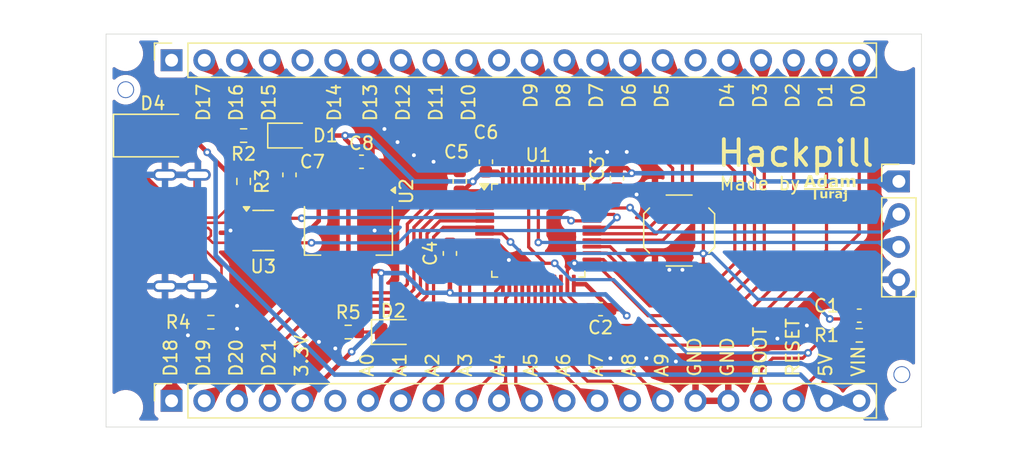
<source format=kicad_pcb>
(kicad_pcb (version 20240108) (generator "pcbnew") (generator_version "8.0")
  (layers (0 "F.Cu" signal) (31 "B.Cu" signal) (34 "B.Paste" user) (35 "F.Paste" user) (36 "B.SilkS" user "B.Silkscreen") (37 "F.SilkS" user "F.Silkscreen") (38 "B.Mask" user) (39 "F.Mask" user) (44 "Edge.Cuts" user))
  (net 0 "")
  (net 1 "NRST")
  (net 2 "GND")
  (net 3 "+3V3")
  (net 4 "+5V")
  (net 5 "Net-(D1-K)")
  (net 6 "Net-(D2-K)")
  (net 7 "BOOT")
  (net 8 "Net-(J2-CC1)")
  (net 9 "Net-(J2-CC2)")
  (net 10 "A4")
  (net 11 "D21")
  (net 12 "A3")
  (net 13 "A8")
  (net 14 "D5")
  (net 15 "A7")
  (net 16 "A0")
  (net 17 "D22")
  (net 18 "D6")
  (net 19 "A5")
  (net 20 "D20")
  (net 21 "A2")
  (net 22 "A1")
  (net 23 "/SWCLK")
  (net 24 "A9")
  (net 25 "/SWDIO")
  (net 26 "A6")
  (net 27 "Net-(J2-D--PadA7)")
  (net 28 "Net-(J2-D+-PadA6)")
  (net 32 "D18")
  (net 33 "D19")
  (net 34 "D4")
  (net 35 "PWM_D7")
  (net 36 "I2C_SCL_PWM_D1")
  (net 37 "SPI_MISO_I2S_MCK_PWM_D12")
  (net 39 "I2C_SDA_PWM_D2")
  (net 40 "CAN_RX_PWM_D16")
  (net 41 "USART_TX_PWM_D9")
  (net 43 "D3")
  (net 44 "USART_TX_PWM_D8")
  (net 45 "I2S_WS_PWM_D10")
  (net 46 "SPI_SCK_PWM_D11")
  (net 47 "D14")
  (net 50 "SPI_MOSI_I2S_SD_PWM_D13")
  (net 51 "D0")
  (net 52 "D15")
  (net 53 "CAN_TX_PWM_D17")
  (net 54 "USB_DP")
  (net 55 "USB_DM")
  (net 56 "Net-(D4-A)")
  (footprint "Symbol:logo" (layer "F.Cu") (at 181.61 97.028)
    (property "Reference" "G***" (hide yes))
    (property "Value" "LOGO" (hide yes))
  )
  (footprint "MountingHole:Tooling_Hole_JLC" (layer "F.Cu") (at 127 89.408)
    (property "Reference" "REF**" (hide yes))
    (property "Value" "Tooling_Hole_JLC")
  )
  (footprint "Resistor_SMD:R_0603_1608Metric" (layer "F.Cu") (at 136.144 92.964 180)
    (property "Reference" "R2")
    (property "Value" "51R")
  )
  (footprint "Resistor_SMD:R_0603_1608Metric" (layer "F.Cu") (at 136.144 96.52 -90)
    (property "Reference" "R3")
    (property "Value" "5.1k")
  )
  (footprint "Capacitor_SMD:C_0603_1608Metric" (layer "F.Cu") (at 145.288 94.996)
    (property "Reference" "C8")
    (property "Value" "22uF")
  )
  (footprint "Fiducial:Fiducial_0.5mm_Mask1mm" (layer "F.Cu") (at 185.674 91.948)
    (property "Reference" "REF**" (hide yes))
    (property "Value" "Fiducial_0.5mm_Mask1mm")
  )
  (footprint "Diode_SMD:D_SMA" (layer "F.Cu") (at 129.099 92.964)
    (property "Reference" "D4")
    (property "Value" "SS14")
  )
  (footprint "MountingHole:MountingHole_2.2mm_M2" (layer "F.Cu") (at 187.198 114.046)
    (property "Reference" "REF**" (hide yes))
    (property "Value" "MountingHole_2.2mm_M2")
  )
  (footprint "MountingHole:MountingHole_2.2mm_M2" (layer "F.Cu") (at 187.198 86.614)
    (property "Reference" "REF**" (hide yes))
    (property "Value" "MountingHole_2.2mm_M2")
  )
  (footprint "Resistor_SMD:R_0603_1608Metric" (layer "F.Cu") (at 144.2565 108.204 180)
    (property "Reference" "R5")
    (property "Value" "51R")
  )
  (footprint "Capacitor_SMD:C_0603_1608Metric" (layer "F.Cu") (at 154.94 94.996 90)
    (property "Reference" "C6")
    (property "Value" "0.1uF")
  )
  (footprint "Connector_PinSocket_2.54mm:PinSocket_1x22_P2.54mm_Vertical" (layer "F.Cu") (at 130.556 113.538 90)
    (property "Reference" "J3" (hide yes))
    (property "Value" "Conn_01x22")
  )
  (footprint "Connector_PinSocket_2.54mm:PinSocket_1x22_P2.54mm_Vertical" (layer "F.Cu") (at 130.556 87.122 90)
    (property "Reference" "J4" (hide yes))
    (property "Value" "Conn_01x22")
  )
  (footprint "MountingHole:MountingHole_2.2mm_M2" (layer "F.Cu") (at 127 114.046)
    (property "Reference" "REF**" (hide yes))
    (property "Value" "MountingHole_2.2mm_M2")
  )
  (footprint "Package_TO_SOT_SMD:SOT-23-6" (layer "F.Cu") (at 137.668 100.33)
    (property "Reference" "U3")
    (property "Value" "USBLC6-2SC6")
  )
  (footprint "Package_QFP:LQFP-48_7x7mm_P0.5mm" (layer "F.Cu") (at 159.004 100.33)
    (property "Reference" "U1")
    (property "Value" "STM32F042C6Tx")
  )
  (footprint "LED_SMD:LED_0805_2012Metric" (layer "F.Cu") (at 139.7 92.964)
    (property "Reference" "D1")
    (property "Value" "LED")
  )
  (footprint "Resistor_SMD:R_0603_1608Metric" (layer "F.Cu") (at 133.604 107.442)
    (property "Reference" "R4")
    (property "Value" "5.1k")
  )
  (footprint "Capacitor_SMD:C_0603_1608Metric" (layer "F.Cu") (at 165.1 96.266 -90)
    (property "Reference" "C3")
    (property "Value" "0.1uF")
  )
  (footprint "Capacitor_SMD:C_0603_1608Metric" (layer "F.Cu") (at 152.908 96.52 90)
    (property "Reference" "C5")
    (property "Value" "0.1uF")
  )
  (footprint "Capacitor_SMD:C_0603_1608Metric" (layer "F.Cu") (at 139.7 96.012 90)
    (property "Reference" "C7")
    (property "Value" "10uF")
  )
  (footprint "Package_TO_SOT_SMD:SOT-223-3_TabPin2" (layer "F.Cu") (at 144.272 100.33 -90)
    (property "Reference" "U2")
    (property "Value" "AMS1117-3.3")
  )
  (footprint "Capacitor_SMD:C_0603_1608Metric" (layer "F.Cu") (at 163.83 106.426 180)
    (property "Reference" "C2")
    (property "Value" "0.1uF")
  )
  (footprint "Capacitor_SMD:C_0603_1608Metric" (layer "F.Cu") (at 183.896 106.934 180)
    (property "Reference" "C1")
    (property "Value" "0.1uF")
  )
  (footprint "Fiducial:Fiducial_0.5mm_Mask1mm" (layer "F.Cu") (at 127.254 108.204)
    (property "Reference" "REF**" (hide yes))
    (property "Value" "Fiducial_0.5mm_Mask1mm")
  )
  (footprint "MountingHole:Tooling_Hole_JLC" (layer "F.Cu") (at 187.198 111.506)
    (property "Reference" "REF**" (hide yes))
    (property "Value" "Tooling_Hole_JLC")
  )
  (footprint "MountingHole:MountingHole_2.2mm_M2" (layer "F.Cu") (at 127 86.614)
    (property "Reference" "REF**" (hide yes))
    (property "Value" "MountingHole_2.2mm_M2")
  )
  (footprint "Button_Switch_SMD:SW_Push_1P1T_XKB_TS-1187A" (layer "F.Cu") (at 169.926 100.33 90)
    (property "Reference" "SW1" (hide yes))
    (property "Value" "SW_Push")
  )
  (footprint "Fiducial:Fiducial_0.5mm_Mask1mm" (layer "F.Cu") (at 130.81 89.916)
    (property "Reference" "REF**" (hide yes))
    (property "Value" "Fiducial_0.5mm_Mask1mm")
  )
  (footprint "Resistor_SMD:R_0603_1608Metric" (layer "F.Cu") (at 183.896 108.458 180)
    (property "Reference" "R1")
    (property "Value" "10k")
  )
  (footprint "LED_SMD:LED_0805_2012Metric" (layer "F.Cu") (at 147.7495 108.204)
    (property "Reference" "D2")
    (property "Value" "LED")
  )
  (footprint "Connector_PinHeader_2.54mm:PinHeader_1x04_P2.54mm_Vertical" (layer "F.Cu") (at 186.969 96.52)
    (property "Reference" "J1" (hide yes))
    (property "Value" "Conn_01x04")
  )
  (footprint "Capacitor_SMD:C_0603_1608Metric" (layer "F.Cu") (at 152.146 102.108 90)
    (property "Reference" "C4")
    (property "Value" "0.1uF")
  )
  (footprint "Connector_USB:USB_C_Receptacle_Hanbo_16P_TopMnt_Horizontal" (layer "F.Cu") (at 130.048 100.33 -90)
    (property "Reference" "J2" (hide yes))
    (property "Value" "USB_C_Receptacle_USB2.0_16P")
  )
  (gr_line (start 188.722 115.57) (end 188.722 85.09) (stroke (width 0.05)) (layer "Edge.Cuts"))
  (gr_line (start 188.722 85.09) (end 125.476 85.09) (stroke (width 0.05)) (layer "Edge.Cuts"))
  (gr_line (start 125.476 85.09) (end 125.476 115.57) (stroke (width 0.05)) (layer "Edge.Cuts"))
  (gr_line (start 125.476 115.57) (end 188.722 115.57) (stroke (width 0.05)) (layer "Edge.Cuts"))
  (gr_text "VIN" (at 184.404 111.76 90) (layer "F.SilkS") (effects (font (size 1 1)) (justify left bottom)))
  (gr_text "D19" (at 133.604 111.76 90) (layer "F.SilkS") (effects (font (size 1 1)) (justify left bottom)))
  (gr_text "A8" (at 166.624 111.76 90) (layer "F.SilkS") (effects (font (size 1 1)) (justify left bottom)))
  (gr_text "D5" (at 169.164 90.932 90) (layer "F.SilkS") (effects (font (size 1 1)) (justify left bottom)))
  (gr_text "D10" (at 154.178 91.948 90) (layer "F.SilkS") (effects (font (size 1 1)) (justify left bottom)))
  (gr_text "A0" (at 146.304 111.76 90) (layer "F.SilkS") (effects (font (size 1 1)) (justify left bottom)))
  (gr_text "D3" (at 176.784 90.932 90) (layer "F.SilkS") (effects (font (size 1 1)) (justify left bottom)))
  (gr_text "D12" (at 149.098 91.948 90) (layer "F.SilkS") (effects (font (size 1 1)) (justify left bottom)))
  (gr_text "Made by" (at 172.974 97.282 0) (layer "F.SilkS") (effects (font (size 1 1)) (justify left bottom)))
  (gr_text "D7" (at 164.084 90.932 90) (layer "F.SilkS") (effects (font (size 1 1)) (justify left bottom)))
  (gr_text "D2" (at 179.324 90.932 90) (layer "F.SilkS") (effects (font (size 1 1)) (justify left bottom)))
  (gr_text "A2" (at 151.384 111.76 90) (layer "F.SilkS") (effects (font (size 1 1)) (justify left bottom)))
  (gr_text "GND" (at 171.704 111.76 90) (layer "F.SilkS") (effects (font (size 1 1)) (justify left bottom)))
  (gr_text "Hackpill" (at 172.72 95.504 0) (layer "F.SilkS") (effects (font (size 2 2) (thickness 0.3) (bold yes)) (justify left bottom)))
  (gr_text "D14" (at 143.764 91.948 90) (layer "F.SilkS") (effects (font (size 1 1)) (justify left bottom)))
  (gr_text "A7" (at 164.084 111.76 90) (layer "F.SilkS") (effects (font (size 1 1)) (justify left bottom)))
  (gr_text "D6" (at 166.624 90.932 90) (layer "F.SilkS") (effects (font (size 1 1)) (justify left bottom)))
  (gr_text "D20" (at 136.144 111.76 90) (layer "F.SilkS") (effects (font (size 1 1)) (justify left bottom)))
  (gr_text "5V" (at 181.864 111.76 90) (layer "F.SilkS") (effects (font (size 1 1)) (justify left bottom)))
  (gr_text "D4" (at 174.244 90.932 90) (layer "F.SilkS") (effects (font (size 1 1)) (justify left bottom)))
  (gr_text "BOOT" (at 176.784 111.76 90) (layer "F.SilkS") (effects (font (size 1 1)) (justify left bottom)))
  (gr_text "D15" (at 138.684 91.948 90) (layer "F.SilkS") (effects (font (size 1 1)) (justify left bottom)))
  (gr_text "D18" (at 131.064 111.76 90) (layer "F.SilkS") (effects (font (size 1 1)) (justify left bottom)))
  (gr_text "D17" (at 133.604 91.948 90) (layer "F.SilkS") (effects (font (size 1 1)) (justify left bottom)))
  (gr_text "GND" (at 174.244 111.76 90) (layer "F.SilkS") (effects (font (size 1 1)) (justify left bottom)))
  (gr_text "A1" (at 148.844 111.76 90) (layer "F.SilkS") (effects (font (size 1 1)) (justify left bottom)))
  (gr_text "A5" (at 159.004 111.76 90) (layer "F.SilkS") (effects (font (size 1 1)) (justify left bottom)))
  (gr_text "D21" (at 138.684 111.76 90) (layer "F.SilkS") (effects (font (size 1 1)) (justify left bottom)))
  (gr_text "D1" (at 181.864 90.932 90) (layer "F.SilkS") (effects (font (size 1 1)) (justify left bottom)))
  (gr_text "D9" (at 159.004 90.932 90) (layer "F.SilkS") (effects (font (size 1 1)) (justify left bottom)))
  (gr_text "D0" (at 184.404 90.932 90) (layer "F.SilkS") (effects (font (size 1 1)) (justify left bottom)))
  (gr_text "D16" (at 136.144 91.948 90) (layer "F.SilkS") (effects (font (size 1 1)) (justify left bottom)))
  (gr_text "D13" (at 146.558 91.948 90) (layer "F.SilkS") (effects (font (size 1 1)) (justify left bottom)))
  (gr_text "D11" (at 151.638 91.948 90) (layer "F.SilkS") (effects (font (size 1 1)) (justify left bottom)))
  (gr_text "A3" (at 153.924 111.76 90) (layer "F.SilkS") (effects (font (size 1 1)) (justify left bottom)))
  (gr_text "A6" (at 161.544 111.76 90) (layer "F.SilkS") (effects (font (size 1 1)) (justify left bottom)))
  (gr_text "A4" (at 156.464 111.76 90) (layer "F.SilkS") (effects (font (size 1 1)) (justify left bottom)))
  (gr_text "A9" (at 169.164 111.76 90) (layer "F.SilkS") (effects (font (size 1 1)) (justify left bottom)))
  (gr_text "3.3V" (at 141.224 111.76 90) (layer "F.SilkS") (effects (font (size 1 1)) (justify left bottom)))
  (gr_text "D8" (at 161.544 90.932 90) (layer "F.SilkS") (effects (font (size 1 1)) (justify left bottom)))
  (gr_text "RESET" (at 179.324 111.76 90) (layer "F.SilkS") (effects (font (size 1 1)) (justify left bottom)))
  (segment (start 171.801 102.108) (end 171.801 97.33) (width 0.25) (layer "F.Cu") (net 1))
  (segment (start 182.867 107.188) (end 183.121 106.934) (width 0.25) (layer "F.Cu") (net 1))
  (segment (start 178.816 113.284) (end 178.816 113.538) (width 0.25) (layer "F.Cu") (net 1))
  (segment (start 183.896 107.709) (end 183.896 109.22) (width 0.25) (layer "F.Cu") (net 1))
  (segment (start 183.896 109.22) (end 183.388 109.728) (width 0.25) (layer "F.Cu") (net 1))
  (segment (start 183.121 106.934) (end 183.896 107.709) (width 0.25) (layer "F.Cu") (net 1))
  (segment (start 156.845 101.219) (end 156.206 100.58) (width 0.25) (layer "F.Cu") (net 1))
  (segment (start 182.372 109.728) (end 178.816 113.284) (width 0.25) (layer "F.Cu") (net 1))
  (segment (start 181.61 107.188) (end 182.867 107.188) (width 0.25) (layer "F.Cu") (net 1))
  (segment (start 171.801 102.108) (end 171.801 103.33) (width 0.25) (layer "F.Cu") (net 1))
  (segment (start 156.206 100.58) (end 154.8415 100.58) (width 0.25) (layer "F.Cu") (net 1))
  (segment (start 183.388 109.728) (end 182.372 109.728) (width 0.25) (layer "F.Cu") (net 1))
  (segment (start 179.044 113.31) (end 178.816 113.538) (width 0.25) (layer "F.Cu") (net 1))
  (via (at 156.845 101.219) (size 0.6) (drill 0.3) (layers "F.Cu" "B.Cu") (net 1))
  (via (at 171.801 102.108) (size 0.6) (drill 0.3) (layers "F.Cu" "B.Cu") (net 1))
  (via (at 181.61 107.188) (size 0.6) (drill 0.3) (layers "F.Cu" "B.Cu") (net 1))
  (segment (start 171.801 102.108) (end 172.466 102.108) (width 0.25) (layer "B.Cu") (net 1))
  (segment (start 156.845 101.219) (end 157.734 102.108) (width 0.25) (layer "B.Cu") (net 1))
  (segment (start 180.086 105.664) (end 181.61 107.188) (width 0.25) (layer "B.Cu") (net 1))
  (segment (start 157.734 102.108) (end 171.801 102.108) (width 0.25) (layer "B.Cu") (net 1))
  (segment (start 176.022 105.664) (end 180.086 105.664) (width 0.25) (layer "B.Cu") (net 1))
  (segment (start 172.466 102.108) (end 176.022 105.664) (width 0.25) (layer "B.Cu") (net 1))
  (segment (start 161.254 103.414) (end 161.254 104.4925) (width 0.25) (layer "F.Cu") (net 2))
  (segment (start 132.373 104.425) (end 132.598 104.65) (width 0.25) (layer "F.Cu") (net 2))
  (segment (start 152.399 101.08) (end 152.146 101.333) (width 0.25) (layer "F.Cu") (net 2))
  (segment (start 162.361795 106.426) (end 163.055 106.426) (width 0.25) (layer "F.Cu") (net 2))
  (segment (start 156.197 94.221) (end 154.94 94.221) (width 0.25) (layer "F.Cu") (net 2))
  (segment (start 161.254 105.318205) (end 162.361795 106.426) (width 0.25) (layer "F.Cu") (net 2))
  (segment (start 154.432 94.221) (end 154.94 94.221) (width 0.25) (layer "F.Cu") (net 2))
  (segment (start 152.908 95.745) (end 154.432 94.221) (width 0.25) (layer "F.Cu") (net 2))
  (segment (start 155.646764 101.08) (end 154.8415 101.08) (width 0.25) (layer "F.Cu") (net 2))
  (segment (start 132.373 103.33) (end 132.373 104.425) (width 0.25) (layer "F.Cu") (net 2))
  (segment (start 156.718 102.616) (end 156.718 102.151236) (width 0.25) (layer "F.Cu") (net 2))
  (segment (start 165.1 97.041) (end 165.1 97.061) (width 0.25) (layer "F.Cu") (net 2))
  (segment (start 156.754 96.1675) (end 156.754 94.778) (width 0.25) (layer "F.Cu") (net 2))
  (segment (start 132.373 97.33) (end 132.373 97.705) (width 0.25) (layer "F.Cu") (net 2))
  (segment (start 165.1 97.061) (end 164.081 98.08) (width 0.25) (layer "F.Cu") (net 2))
  (segment (start 161.798 102.87) (end 161.254 103.414) (width 0.25) (layer "F.Cu") (net 2))
  (segment (start 161.254 104.4925) (end 161.254 105.318205) (width 0.25) (layer "F.Cu") (net 2))
  (segment (start 132.373 103.33) (end 132.373 102.955) (width 0.25) (layer "F.Cu") (net 2))
  (segment (start 154.8415 101.08) (end 152.399 101.08) (width 0.25) (layer "F.Cu") (net 2))
  (segment (start 156.754 94.778) (end 156.197 94.221) (width 0.25) (layer "F.Cu") (net 2))
  (segment (start 135.128 100.33) (end 136.5305 100.33) (width 0.25) (layer "F.Cu") (net 2))
  (segment (start 132.373 97.33) (end 132.373 96.235) (width 0.25) (layer "F.Cu") (net 2))
  (segment (start 164.081 98.08) (end 163.1665 98.08) (width 0.25) (layer "F.Cu") (net 2))
  (segment (start 156.718 102.151236) (end 155.646764 101.08) (width 0.25) (layer "F.Cu") (net 2))
  (segment (start 132.373 96.235) (end 132.598 96.01) (width 0.25) (layer "F.Cu") (net 2))
  (via (at 165.862 94.234) (size 0.6) (drill 0.3) (layers "F.Cu" "B.Cu") (net 2))
  (via (at 156.718 102.616) (size 0.6) (drill 0.3) (layers "F.Cu" "B.Cu") (net 2))
  (via (at 164.592 110.236) (size 0.6) (drill 0.3) (layers "F.Cu" "B.Cu") (net 2))
  (via (at 150.876 94.996) (size 0.6) (drill 0.3) (layers "F.Cu" "B.Cu") (net 2))
  (via (at 141.986 108.966) (size 0.6) (drill 0.3) (layers "F.Cu" "B.Cu") (net 2))
  (via (at 170.18 103.378) (size 0.6) (drill 0.3) (layers "F.Cu" "B.Cu") (net 2))
  (via (at 143.256 109.474) (size 0.6) (drill 0.3) (layers "F.Cu" "B.Cu") (net 2))
  (via (at 149.352 94.488) (size 0.6) (drill 0.3) (layers "F.Cu" "B.Cu") (net 2))
  (via (at 167.386 110.236) (size 0.6) (drill 0.3) (layers "F.Cu" "B.Cu") (net 2))
  (via (at 147.066 92.456) (size 0.6) (drill 0.3) (layers "F.Cu" "B.Cu") (net 2))
  (via (at 131.826 108.458) (size 0.6) (drill 0.3) (layers "F.Cu" "B.Cu") (net 2))
  (via (at 135.128 100.33) (size 0.6) (drill 0.3) (layers "F.Cu" "B.Cu") (net 2))
  (via (at 147.574 100.33) (size 0.6) (drill 0.3) (layers "F.Cu" "B.Cu") (net 2))
  (via (at 161.798 102.87) (size 0.6) (drill 0.3) (layers "F.Cu" "B.Cu") (net 2))
  (via (at 135.636 107.95) (size 0.6) (drill 0.3) (layers "F.Cu" "B.Cu") (net 2))
  (via (at 169.672 110.49) (size 0.6) (drill 0.3) (layers "F.Cu" "B.Cu") (net 2))
  (via (at 166.624 97.536) (size 0.6) (drill 0.3) (layers "F.Cu" "B.Cu") (net 2))
  (via (at 179.832 107.696) (size 0.6) (drill 0.3) (layers "F.Cu" "B.Cu") (net 2))
  (via (at 177.546 108.712) (size 0.6) (drill 0.3) (layers "F.Cu" "B.Cu") (net 2))
  (via (at 164.338 94.234) (size 0.6) (drill 0.3) (layers "F.Cu" "B.Cu") (net 2))
  (via (at 135.636 106.172) (size 0.6) (drill 0.3) (layers "F.Cu" "B.Cu") (net 2))
  (via (at 146.304 100.33) (size 0.6) (drill 0.3) (layers "F.Cu" "B.Cu") (net 2))
  (via (at 169.164 103.378) (size 0.6) (drill 0.3) (layers "F.Cu" "B.Cu") (net 2))
  (via (at 148.082 93.472) (size 0.6) (drill 0.3) (layers "F.Cu" "B.Cu") (net 2))
  (via (at 163.068 94.234) (size 0.6) (drill 0.3) (layers "F.Cu" "B.Cu") (net 2))
  (segment (start 154.8415 101.58) (end 153.965524 101.58) (width 0.25) (layer "F.Cu") (net 3))
  (segment (start 144.272 95.237) (end 144.513 94.996) (width 0.35) (layer "F.Cu") (net 3))
  (segment (start 153.149 97.295) (end 152.908 97.295) (width 0.35) (layer "F.Cu") (net 3))
  (segment (start 144.526 109.728) (end 140.716 113.538) (width 0.35) (layer "F.Cu") (net 3))
  (segment (start 140.6375 92.964) (end 144.018 92.964) (width 0.35) (layer "F.Cu") (net 3))
  (segment (start 165.1 95.491) (end 164.625 95.491) (width 0.35) (layer "F.Cu") (net 3))
  (segment (start 144.018 92.964) (end 144.018 93.218) (width 0.35) (layer "F.Cu") (net 3))
  (segment (start 144.272 97.18) (end 144.272 103.48) (width 0.35) (layer "F.Cu") (net 3))
  (segment (start 154.5815 97.295) (end 154.8415 97.555) (width 0.35) (layer "F.Cu") (net 3))
  (segment (start 155.8325 95.771) (end 156.229 96.1675) (width 0.35) (layer "F.Cu") (net 3))
  (segment (start 165.1 95.6465) (end 165.1 95.491) (width 0.35) (layer "F.Cu") (net 3))
  (segment (start 152.146 102.883) (end 153.449 101.58) (width 0.35) (layer "F.Cu") (net 3))
  (segment (start 165.849 95.491) (end 165.1 95.491) (width 0.35) (layer "F.Cu") (net 3))
  (segment (start 163.1665 96.9495) (end 163.1665 97.555) (width 0.35) (layer "F.Cu") (net 3))
  (segment (start 154.673 95.771) (end 153.149 97.295) (width 0.35) (layer "F.Cu") (net 3))
  (segment (start 166.243 95.885) (end 165.849 95.491) (width 0.35) (layer "F.Cu") (net 3))
  (segment (start 164.605 106.426) (end 165.354 106.426) (width 0.35) (layer "F.Cu") (net 3))
  (segment (start 144.272 97.18) (end 144.272 95.237) (width 0.35) (layer "F.Cu") (net 3))
  (segment (start 152.908 97.295) (end 154.5815 97.295) (width 0.35) (layer "F.Cu") (net 3))
  (segment (start 164.625 95.491) (end 163.1665 96.9495) (width 0.35) (layer "F.Cu") (net 3))
  (segment (start 154.94 95.771) (end 154.673 95.771) (width 0.35) (layer "F.Cu") (net 3))
  (segment (start 165.354 106.426) (end 165.862 106.934) (width 0.35) (layer "F.Cu") (net 3))
  (segment (start 144.018 93.218) (end 144.513 93.713) (width 0.35) (layer "F.Cu") (net 3))
  (segment (start 144.424 103.632) (end 144.272 103.48) (width 0.35) (layer "F.Cu") (net 3))
  (segment (start 164.605 106.426) (end 162.6715 104.4925) (width 0.35) (layer "F.Cu") (net 3))
  (segment (start 152.146 105.156) (end 152.146 102.883) (width 0.35) (layer "F.Cu") (net 3))
  (segment (start 144.272 103.48) (end 146.66 103.48) (width 0.35) (layer "F.Cu") (net 3))
  (segment (start 154.94 95.771) (end 155.8325 95.771) (width 0.35) (layer "F.Cu") (net 3))
  (segment (start 162.6715 104.4925) (end 161.779 104.4925) (width 0.35) (layer "F.Cu") (net 3))
  (segment (start 144.513 93.713) (end 144.513 94.996) (width 0.35) (layer "F.Cu") (net 3))
  (segment (start 146.66 103.48) (end 146.812 103.632) (width 0.35) (layer "F.Cu") (net 3))
  (segment (start 153.193 97.58) (end 152.908 97.295) (width 0.35) (layer "F.Cu") (net 3))
  (segment (start 153.449 101.58) (end 153.965524 101.58) (width 0.35) (layer "F.Cu") (net 3))
  (via (at 165.862 106.934) (size 0.6) (drill 0.3) (layers "F.Cu" "B.Cu") (net 3))
  (via (at 146.812 103.632) (size 0.6) (drill 0.3) (layers "F.Cu" "B.Cu") (net 3))
  (via (at 152.146 105.156) (size 0.6) (drill 0.3) (layers "F.Cu" "B.Cu") (net 3))
  (via (at 153.924 96.52) (size 0.6) (drill 0.3) (layers "F.Cu" "B.Cu") (net 3))
  (via (at 166.243 95.885) (size 0.6) (drill 0.3) (layers "F.Cu" "B.Cu") (net 3))
  (via (at 144.018 92.964) (size 0.6) (drill 0.3) (layers "F.Cu" "B.Cu") (net 3))
  (via (at 144.526 109.728) (size 0.6) (drill 0.3) (layers "F.Cu" "B.Cu") (net 3))
  (segment (start 171.323 95.885) (end 166.243 95.885) (width 0.35) (layer "B.Cu") (net 3))
  (segment (start 150.114 105.156) (end 148.59 103.632) (width 0.35) (layer "B.Cu") (net 3))
  (segment (start 164.211 105.283) (end 165.862 106.934) (width 0.35) (layer "B.Cu") (net 3))
  (segment (start 166.243 95.885) (end 166.116 96.012) (width 0.35) (layer "B.Cu") (net 3))
  (segment (start 146.812 107.442) (end 146.812 103.632) (width 0.35) (layer "B.Cu") (net 3))
  (segment (start 176.022 96.52) (end 186.969 96.52) (width 0.35) (layer "B.Cu") (net 3))
  (segment (start 149.352 96.52) (end 145.796 92.964) (width 0.35) (layer "B.Cu") (net 3))
  (segment (start 152.146 105.156) (end 152.273 105.283) (width 0.35) (layer "B.Cu") (net 3))
  (segment (start 152.146 105.156) (end 150.114 105.156) (width 0.35) (layer "B.Cu") (net 3))
  (segment (start 154.432 96.012) (end 153.924 96.52) (width 0.35) (layer "B.Cu") (net 3))
  (segment (start 144.526 109.728) (end 146.812 107.442) (width 0.35) (layer "B.Cu") (net 3))
  (segment (start 153.924 96.52) (end 149.352 96.52) (width 0.35) (layer "B.Cu") (net 3))
  (segment (start 148.59 103.632) (end 146.812 103.632) (width 0.35) (layer "B.Cu") (net 3))
  (segment (start 175.387 95.885) (end 176.022 96.52) (width 0.35) (layer "B.Cu") (net 3))
  (segment (start 145.796 92.964) (end 144.018 92.964) (width 0.35) (layer "B.Cu") (net 3))
  (segment (start 152.273 105.283) (end 164.211 105.283) (width 0.35) (layer "B.Cu") (net 3))
  (segment (start 166.116 96.012) (end 154.432 96.012) (width 0.35) (layer "B.Cu") (net 3))
  (segment (start 171.323 95.885) (end 175.387 95.885) (width 0.35) (layer "B.Cu") (net 3))
  (segment (start 132.019286 92.964) (end 133.319643 94.264357) (width 0.35) (layer "F.Cu") (net 4))
  (segment (start 135.625286 96.57) (end 139.483 96.57) (width 0.35) (layer "F.Cu") (net 4))
  (segment (start 141.224 100.33) (end 141.972 99.582) (width 0.35) (layer "F.Cu") (net 4))
  (segment (start 139.558 96.645) (end 139.7 96.787) (width 0.25) (layer "F.Cu") (net 4))
  (segment (start 141.579 96.787) (end 141.972 97.18) (width 0.35) (layer "F.Cu") (net 4))
  (segment (start 131.064 92.964) (end 132.019286 92.964) (width 0.35) (layer "F.Cu") (net 4))
  (segment (start 139.483 96.57) (end 139.7 96.787) (width 0.35) (layer "F.Cu") (net 4))
  (segment (start 141.972 99.582) (end 141.972 97.18) (width 0.35) (layer "F.Cu") (net 4))
  (segment (start 138.8055 100.33) (end 141.224 100.33) (width 0.35) (layer "F.Cu") (net 4))
  (segment (start 132.019286 92.964) (end 135.625286 96.57) (width 0.35) (layer "F.Cu") (net 4))
  (segment (start 139.7 96.787) (end 141.579 96.787) (width 0.35) (layer "F.Cu") (net 4))
  (via (at 133.319643 94.264357) (size 0.6) (drill 0.3) (layers "F.Cu" "B.Cu") (net 4))
  (segment (start 143.202726 111.506) (end 179.324 111.506) (width 0.35) (layer "B.Cu") (net 4))
  (segment (start 179.324 111.506) (end 181.356 113.538) (width 0.35) (layer "B.Cu") (net 4))
  (segment (start 133.973 102.276274) (end 143.202726 111.506) (width 0.35) (layer "B.Cu") (net 4))
  (segment (start 183.896 113.538) (end 181.356 113.538) (width 0.35) (layer "B.Cu") (net 4))
  (segment (start 133.973 94.917714) (end 133.973 102.276274) (width 0.35) (layer "B.Cu") (net 4))
  (segment (start 133.319643 94.264357) (end 133.973 94.917714) (width 0.35) (layer "B.Cu") (net 4))
  (segment (start 138.7625 92.964) (end 136.969 92.964) (width 0.25) (layer "F.Cu") (net 5))
  (segment (start 145.0815 108.204) (end 146.812 108.204) (width 0.25) (layer "F.Cu") (net 6))
  (segment (start 176.276 111.139471) (end 176.276 113.538) (width 0.25) (layer "F.Cu") (net 7))
  (segment (start 181.032 108.712) (end 183.071 108.712) (width 0.25) (layer "F.Cu") (net 7))
  (segment (start 159.512 102.87) (end 158.254 101.612) (width 0.25) (layer "F.Cu") (net 7))
  (segment (start 160.274 102.87) (end 159.512 102.87) (width 0.25) (layer "F.Cu") (net 7))
  (segment (start 158.254 101.612) (end 158.254 96.1675) (width 0.25) (layer "F.Cu") (net 7))
  (segment (start 177.179471 110.236) (end 176.276 111.139471) (width 0.25) (layer "F.Cu") (net 7))
  (segment (start 179.508 110.236) (end 177.179471 110.236) (width 0.25) (layer "F.Cu") (net 7))
  (segment (start 179.924 109.82) (end 179.508 110.236) (width 0.25) (layer "F.Cu") (net 7))
  (segment (start 179.924 109.82) (end 181.032 108.712) (width 0.25) (layer "F.Cu") (net 7))
  (via (at 179.924 109.82) (size 0.6) (drill 0.3) (layers "F.Cu" "B.Cu") (net 7))
  (via (at 160.274 102.87) (size 0.6) (drill 0.3) (layers "F.Cu" "B.Cu") (net 7))
  (segment (start 164.846 104.14) (end 170.526 109.82) (width 0.25) (layer "B.Cu") (net 7))
  (segment (start 161.544 104.14) (end 164.846 104.14) (width 0.25) (layer "B.Cu") (net 7))
  (segment (start 170.526 109.82) (end 179.924 109.82) (width 0.25) (layer "B.Cu") (net 7))
  (segment (start 160.274 102.87) (end 161.544 104.14) (width 0.25) (layer "B.Cu") (net 7))
  (segment (start 132.373 99.33) (end 134.159 99.33) (width 0.2) (layer "F.Cu") (net 8))
  (segment (start 134.159 99.33) (end 136.144 97.345) (width 0.2) (layer "F.Cu") (net 8))
  (segment (start 133.04436 101.73) (end 132.373 101.73) (width 0.2) (layer "F.Cu") (net 9))
  (segment (start 134.429 103.11464) (end 133.04436 101.73) (width 0.2) (layer "F.Cu") (net 9))
  (segment (start 134.62 107.251) (end 134.429 107.442) (width 0.25) (layer "F.Cu") (net 9))
  (segment (start 134.429 107.442) (end 134.429 103.11464) (width 0.2) (layer "F.Cu") (net 9))
  (segment (start 156.464 113.03) (end 155.956 113.538) (width 0.25) (layer "F.Cu") (net 10))
  (segment (start 156.754 104.4925) (end 156.754 105.297764) (width 0.25) (layer "F.Cu") (net 10))
  (segment (start 156.464 105.587764) (end 156.464 113.03) (width 0.25) (layer "F.Cu") (net 10))
  (segment (start 156.754 105.297764) (end 156.464 105.587764) (width 0.25) (layer "F.Cu") (net 10))
  (segment (start 149.098 106.68) (end 142.748 106.68) (width 0.25) (layer "F.Cu") (net 11))
  (segment (start 151.372 99.58) (end 150.368 100.584) (width 0.25) (layer "F.Cu") (net 11))
  (segment (start 154.8415 99.58) (end 151.372 99.58) (width 0.25) (layer "F.Cu") (net 11))
  (segment (start 150.368 105.41) (end 149.098 106.68) (width 0.25) (layer "F.Cu") (net 11))
  (segment (start 138.176 111.252) (end 138.176 113.538) (width 0.25) (layer "F.Cu") (net 11))
  (segment (start 142.748 106.68) (end 138.176 111.252) (width 0.25) (layer "F.Cu") (net 11))
  (segment (start 150.368 100.584) (end 150.368 105.41) (width 0.25) (layer "F.Cu") (net 11))
  (segment (start 155.702 105.0445) (end 156.254 104.4925) (width 0.25) (layer "F.Cu") (net 12))
  (segment (start 155.702 111.252) (end 155.702 105.0445) (width 0.25) (layer "F.Cu") (net 12))
  (segment (start 153.416 113.538) (end 155.702 111.252) (width 0.25) (layer "F.Cu") (net 12))
  (segment (start 162.814 112.014) (end 164.592 112.014) (width 0.25) (layer "F.Cu") (net 13))
  (segment (start 158.754 107.954) (end 162.814 112.014) (width 0.25) (layer "F.Cu") (net 13))
  (segment (start 164.592 112.014) (end 166.116 113.538) (width 0.25) (layer "F.Cu") (net 13))
  (segment (start 158.754 104.4925) (end 158.754 107.954) (width 0.25) (layer "F.Cu") (net 13))
  (segment (start 175.006 93.472) (end 168.656 87.122) (width 0.25) (layer "F.Cu") (net 14))
  (segment (start 172.72 105.41) (end 175.006 103.124) (width 0.25) (layer "F.Cu") (net 14))
  (segment (start 164.31 102.08) (end 167.64 105.41) (width 0.25) (layer "F.Cu") (net 14))
  (segment (start 167.64 105.41) (end 172.72 105.41) (width 0.25) (layer "F.Cu") (net 14))
  (segment (start 175.006 103.124) (end 175.006 93.472) (width 0.25) (layer "F.Cu") (net 14))
  (segment (start 163.1665 102.08) (end 164.31 102.08) (width 0.25) (layer "F.Cu") (net 14))
  (segment (start 158.254 108.724) (end 163.068 113.538) (width 0.25) (layer "F.Cu") (net 15))
  (segment (start 163.068 113.538) (end 163.576 113.538) (width 0.25) (layer "F.Cu") (net 15))
  (segment (start 158.254 104.4925) (end 158.254 108.724) (width 0.25) (layer "F.Cu") (net 15))
  (segment (start 154.8415 102.08) (end 153.698 102.08) (width 0.25) (layer "F.Cu") (net 16))
  (segment (start 152.946 102.832) (end 152.946 106.388) (width 0.25) (layer "F.Cu") (net 16))
  (segment (start 153.698 102.08) (end 152.946 102.832) (width 0.25) (layer "F.Cu") (net 16))
  (segment (start 152.946 106.388) (end 145.796 113.538) (width 0.25) (layer "F.Cu") (net 16))
  (segment (start 150.876 100.838) (end 150.876 106.015) (width 0.25) (layer "F.Cu") (net 17))
  (segment (start 150.876 106.015) (end 148.687 108.204) (width 0.25) (layer "F.Cu") (net 17))
  (segment (start 154.8415 100.08) (end 151.634 100.08) (width 0.25) (layer "F.Cu") (net 17))
  (segment (start 151.634 100.08) (end 150.876 100.838) (width 0.25) (layer "F.Cu") (net 17))
  (segment (start 163.1665 101.58) (end 164.572 101.58) (width 0.25) (layer "F.Cu") (net 18))
  (segment (start 172.466 104.648) (end 174.244 102.87) (width 0.25) (layer "F.Cu") (net 18))
  (segment (start 174.244 102.87) (end 174.244 95.758) (width 0.25) (layer "F.Cu") (net 18))
  (segment (start 164.572 101.58) (end 167.64 104.648) (width 0.25) (layer "F.Cu") (net 18))
  (segment (start 174.244 95.758) (end 166.116 87.63) (width 0.25) (layer "F.Cu") (net 18))
  (segment (start 166.116 87.63) (end 166.116 87.122) (width 0.25) (layer "F.Cu") (net 18))
  (segment (start 167.64 104.648) (end 172.466 104.648) (width 0.25) (layer "F.Cu") (net 18))
  (segment (start 157.254 104.4925) (end 157.254 112.296) (width 0.25) (layer "F.Cu") (net 19))
  (segment (start 157.254 112.296) (end 158.496 113.538) (width 0.25) (layer "F.Cu") (net 19))
  (segment (start 154.8415 99.08) (end 151.11 99.08) (width 0.25) (layer "F.Cu") (net 20))
  (segment (start 135.636 112.522) (end 135.636 113.538) (width 0.25) (layer "F.Cu") (net 20))
  (segment (start 149.86 100.33) (end 149.86 105.156) (width 0.25) (layer "F.Cu") (net 20))
  (segment (start 151.11 99.08) (end 149.86 100.33) (width 0.25) (layer "F.Cu") (net 20))
  (segment (start 141.986 106.172) (end 135.636 112.522) (width 0.25) (layer "F.Cu") (net 20))
  (segment (start 149.86 105.156) (end 148.844 106.172) (width 0.25) (layer "F.Cu") (net 20))
  (segment (start 148.844 106.172) (end 141.986 106.172) (width 0.25) (layer "F.Cu") (net 20))
  (segment (start 150.876 112.776) (end 154.8415 108.8105) (width 0.25) (layer "F.Cu") (net 21))
  (segment (start 150.876 113.538) (end 150.876 112.776) (width 0.25) (layer "F.Cu") (net 21))
  (segment (start 154.8415 108.8105) (end 154.8415 103.08) (width 0.25) (layer "F.Cu") (net 21))
  (segment (start 153.67 102.925795) (end 153.67 108.204) (width 0.25) (layer "F.Cu") (net 22))
  (segment (start 154.015795 102.58) (end 153.67 102.925795) (width 0.25) (layer "F.Cu") (net 22))
  (segment (start 153.67 108.204) (end 148.336 113.538) (width 0.25) (layer "F.Cu") (net 22))
  (segment (start 154.8415 102.58) (end 154.015795 102.58) (width 0.25) (layer "F.Cu") (net 22))
  (segment (start 161.29 97.536) (end 161.754 97.072) (width 0.25) (layer "F.Cu") (net 23))
  (segment (start 159.004 101.254) (end 159.004 98.625) (width 0.25) (layer "F.Cu") (net 23))
  (segment (start 159.004 98.625) (end 160.093 97.536) (width 0.25) (layer "F.Cu") (net 23))
  (segment (start 160.093 97.536) (end 161.29 97.536) (width 0.25) (layer "F.Cu") (net 23))
  (segment (start 161.754 97.072) (end 161.754 96.1675) (width 0.25) (layer "F.Cu") (net 23))
  (via (at 159.004 101.254) (size 0.6) (drill 0.3) (layers "F.Cu" "B.Cu") (net 23))
  (segment (start 159.004 101.254) (end 186.623 101.254) (width 0.25) (layer "B.Cu") (net 23))
  (segment (start 186.623 101.254) (end 186.969 101.6) (width 0.25) (layer "B.Cu") (net 23))
  (segment (start 163.576 111.252) (end 166.37959 111.252) (width 0.25) (layer "F.Cu") (net 24))
  (segment (start 159.254 106.93) (end 163.576 111.252) (width 0.25) (layer "F.Cu") (net 24))
  (segment (start 166.37959 111.26159) (end 168.656 113.538) (width 0.25) (layer "F.Cu") (net 24))
  (segment (start 166.37959 111.252) (end 166.37959 111.26159) (width 0.25) (layer "F.Cu") (net 24))
  (segment (start 159.254 104.4925) (end 159.254 106.93) (width 0.25) (layer "F.Cu") (net 24))
  (segment (start 166.088 98.58) (end 163.1665 98.58) (width 0.25) (layer "F.Cu") (net 25))
  (segment (start 166.116 98.552) (end 166.088 98.58) (width 0.25) (layer "F.Cu") (net 25))
  (via (at 166.116 98.552) (size 0.6) (drill 0.3) (layers "F.Cu" "B.Cu") (net 25))
  (segment (start 185.582 100.447) (end 186.969 99.06) (width 0.25) (layer "B.Cu") (net 25))
  (segment (start 168.011 100.447) (end 185.582 100.447) (width 0.25) (layer "B.Cu") (net 25))
  (segment (start 166.116 98.552) (end 168.011 100.447) (width 0.25) (layer "B.Cu") (net 25))
  (segment (start 157.754 104.4925) (end 157.754 110.256) (width 0.25) (layer "F.Cu") (net 26))
  (segment (start 157.754 110.256) (end 161.036 113.538) (width 0.25) (layer "F.Cu") (net 26))
  (segment (start 136.1805 99.73) (end 136.5305 99.38) (width 0.2) (layer "F.Cu") (net 27))
  (segment (start 132.373 100.53) (end 131.52164 100.53) (width 0.2) (layer "F.Cu") (net 27))
  (segment (start 131.52164 100.53) (end 131.318 100.32636) (width 0.2) (layer "F.Cu") (net 27))
  (segment (start 131.52164 99.73) (end 132.373 99.73) (width 0.2) (layer "F.Cu") (net 27))
  (segment (start 131.318 100.32636) (end 131.318 99.93364) (width 0.2) (layer "F.Cu") (net 27))
  (segment (start 131.318 99.93364) (end 131.52164 99.73) (width 0.2) (layer "F.Cu") (net 27))
  (segment (start 132.373 99.73) (end 136.1805 99.73) (width 0.2) (layer "F.Cu") (net 27))
  (segment (start 133.40036 100.93) (end 133.604 100.72636) (width 0.2) (layer "F.Cu") (net 28))
  (segment (start 133.604 100.33364) (end 133.40036 100.13) (width 0.2) (layer "F.Cu") (net 28))
  (segment (start 136.5305 101.28) (end 133.75036 101.28) (width 0.2) (layer "F.Cu") (net 28))
  (segment (start 132.373 100.93) (end 133.40036 100.93) (width 0.2) (layer "F.Cu") (net 28))
  (segment (start 133.604 100.72636) (end 133.604 100.33364) (width 0.2) (layer "F.Cu") (net 28))
  (segment (start 133.75036 101.28) (end 133.40036 100.93) (width 0.2) (layer "F.Cu") (net 28))
  (segment (start 133.40036 100.13) (end 132.373 100.13) (width 0.2) (layer "F.Cu") (net 28))
  (segment (start 148.844 104.486642) (end 148.174642 105.156) (width 0.25) (layer "F.Cu") (net 32))
  (segment (start 134.112 111.506) (end 131.064 111.506) (width 0.25) (layer "F.Cu") (net 32))
  (segment (start 154.8415 98.08) (end 150.586 98.08) (width 0.25) (layer "F.Cu") (net 32))
  (segment (start 148.844 99.822) (end 148.844 104.486642) (width 0.25) (layer "F.Cu") (net 32))
  (segment (start 148.174642 105.156) (end 140.462 105.156) (width 0.25) (layer "F.Cu") (net 32))
  (segment (start 140.462 105.156) (end 134.112 111.506) (width 0.25) (layer "F.Cu") (net 32))
  (segment (start 130.556 112.014) (end 130.556 113.538) (width 0.25) (layer "F.Cu") (net 32))
  (segment (start 150.586 98.08) (end 148.844 99.822) (width 0.25) (layer "F.Cu") (net 32))
  (segment (start 131.064 111.506) (end 130.556 112.014) (width 0.25) (layer "F.Cu") (net 32))
  (segment (start 149.352 104.902) (end 148.59 105.664) (width 0.25) (layer "F.Cu") (net 33))
  (segment (start 141.224 105.664) (end 133.35 113.538) (width 0.25) (layer "F.Cu") (net 33))
  (segment (start 154.8415 98.58) (end 150.848 98.58) (width 0.25) (layer "F.Cu") (net 33))
  (segment (start 133.35 113.538) (end 133.096 113.538) (width 0.25) (layer "F.Cu") (net 33))
  (segment (start 150.848 98.58) (end 149.352 100.076) (width 0.25) (layer "F.Cu") (net 33))
  (segment (start 149.352 100.076) (end 149.352 104.902) (width 0.25) (layer "F.Cu") (net 33))
  (segment (start 148.59 105.664) (end 141.224 105.664) (width 0.25) (layer "F.Cu") (net 33))
  (segment (start 164.048 102.58) (end 163.1665 102.58) (width 0.25) (layer "F.Cu") (net 34))
  (segment (start 173.736 87.122) (end 175.768 89.154) (width 0.25) (layer "F.Cu") (net 34))
  (segment (start 175.768 89.154) (end 175.768 103.632) (width 0.25) (layer "F.Cu") (net 34))
  (segment (start 173.228 106.172) (end 167.64 106.172) (width 0.25) (layer "F.Cu") (net 34))
  (segment (start 175.768 103.632) (end 173.228 106.172) (width 0.25) (layer "F.Cu") (net 34))
  (segment (start 167.64 106.172) (end 164.048 102.58) (width 0.25) (layer "F.Cu") (net 34))
  (segment (start 168.668 101.08) (end 170.942 98.806) (width 0.25) (layer "F.Cu") (net 35))
  (segment (start 170.942 98.806) (end 170.942 94.742) (width 0.25) (layer "F.Cu") (net 35))
  (segment (start 163.576 87.376) (end 163.576 87.122) (width 0.25) (layer "F.Cu") (net 35))
  (segment (start 163.1665 101.08) (end 168.668 101.08) (width 0.25) (layer "F.Cu") (net 35))
  (segment (start 170.942 94.742) (end 163.576 87.376) (width 0.25) (layer "F.Cu") (net 35))
  (segment (start 174.752 108.458) (end 181.356 101.854) (width 0.25) (layer "F.Cu") (net 36))
  (segment (start 160.254 104.4925) (end 160.254 106.008348) (width 0.25) (layer "F.Cu") (net 36))
  (segment (start 181.356 101.854) (end 181.356 87.122) (width 0.25) (layer "F.Cu") (net 36))
  (segment (start 162.703652 108.458) (end 174.752 108.458) (width 0.25) (layer "F.Cu") (net 36))
  (segment (start 160.254 106.008348) (end 162.703652 108.458) (width 0.25) (layer "F.Cu") (net 36))
  (segment (start 159.004 90.932) (end 152.146 90.932) (width 0.25) (layer "F.Cu") (net 37))
  (segment (start 152.146 90.932) (end 148.336 87.122) (width 0.25) (layer "F.Cu") (net 37))
  (segment (start 160.254 92.182) (end 159.004 90.932) (width 0.25) (layer "F.Cu") (net 37))
  (segment (start 160.254 96.1675) (end 160.254 92.182) (width 0.25) (layer "F.Cu") (net 37))
  (segment (start 178.816 103.124) (end 178.816 87.122) (width 0.25) (layer "F.Cu") (net 39))
  (segment (start 160.754 104.4925) (end 160.754 105.636) (width 0.25) (layer "F.Cu") (net 39))
  (segment (start 174.244 107.696) (end 178.816 103.124) (width 0.25) (layer "F.Cu") (net 39))
  (segment (start 162.814 107.696) (end 174.244 107.696) (width 0.25) (layer "F.Cu") (net 39))
  (segment (start 160.754 105.636) (end 162.814 107.696) (width 0.25) (layer "F.Cu") (net 39))
  (segment (start 136.144 87.122) (end 135.636 87.122) (width 0.25) (layer "F.Cu") (net 40))
  (segment (start 139.725158 90.932) (end 135.915158 87.122) (width 0.25) (layer "F.Cu") (net 40))
  (segment (start 157.48 92.964) (end 150.114 92.964) (width 0.25) (layer "F.Cu") (net 40))
  (segment (start 150.114 92.964) (end 148.082 90.932) (width 0.25) (layer "F.Cu") (net 40))
  (segment (start 157.754 93.238) (end 157.48 92.964) (width 0.25) (layer "F.Cu") (net 40))
  (segment (start 135.915158 87.122) (end 135.636 87.122) (width 0.25) (layer "F.Cu") (net 40))
  (segment (start 148.082 90.932) (end 139.725158 90.932) (width 0.25) (layer "F.Cu") (net 40))
  (segment (start 157.754 96.1675) (end 157.754 93.238) (width 0.25) (layer "F.Cu") (net 40))
  (segment (start 166.624 92.71) (end 163.83 92.71) (width 0.25) (layer "F.Cu") (net 41))
  (segment (start 169.418 98.298) (end 169.418 95.504) (width 0.25) (layer "F.Cu") (net 41))
  (segment (start 163.83 92.71) (end 158.496 87.376) (width 0.25) (layer "F.Cu") (net 41))
  (segment (start 167.636 100.08) (end 169.418 98.298) (width 0.25) (layer "F.Cu") (net 41))
  (segment (start 169.418 95.504) (end 166.624 92.71) (width 0.25) (layer "F.Cu") (net 41))
  (segment (start 158.496 87.376) (end 158.496 87.122) (width 0.25) (layer "F.Cu") (net 41))
  (segment (start 159.004 87.122) (end 158.496 87.122) (width 0.25) (layer "F.Cu") (net 41))
  (segment (start 163.1665 100.08) (end 167.636 100.08) (width 0.25) (layer "F.Cu") (net 41))
  (segment (start 163.1665 103.08) (end 163.659 103.08) (width 0.25) (layer "F.Cu") (net 43))
  (segment (start 167.513 106.934) (end 173.736 106.934) (width 0.25) (layer "F.Cu") (net 43))
  (segment (start 173.736 106.934) (end 176.53 104.14) (width 0.25) (layer "F.Cu") (net 43))
  (segment (start 176.53 104.14) (end 176.53 87.376) (width 0.25) (layer "F.Cu") (net 43))
  (segment (start 176.53 87.376) (end 176.276 87.122) (width 0.25) (layer "F.Cu") (net 43))
  (segment (start 163.659 103.08) (end 167.513 106.934) (width 0.25) (layer "F.Cu") (net 43))
  (segment (start 162.814 88.9) (end 161.036 87.122) (width 0.25) (layer "F.Cu") (net 44))
  (segment (start 164.084 88.9) (end 162.814 88.9) (width 0.25) (layer "F.Cu") (net 44))
  (segment (start 168.152 100.58) (end 170.18 98.552) (width 0.25) (layer "F.Cu") (net 44))
  (segment (start 170.18 94.996) (end 164.084 88.9) (width 0.25) (layer "F.Cu") (net 44))
  (segment (start 163.1665 100.58) (end 168.152 100.58) (width 0.25) (layer "F.Cu") (net 44))
  (segment (start 170.18 98.552) (end 170.18 94.996) (width 0.25) (layer "F.Cu") (net 44))
  (segment (start 161.254 96.1675) (end 161.254 91.658) (width 0.25) (layer "F.Cu") (net 45))
  (segment (start 159.512 89.916) (end 156.21 89.916) (width 0.25) (layer "F.Cu") (net 45))
  (segment (start 161.254 91.658) (end 159.512 89.916) (width 0.25) (layer "F.Cu") (net 45))
  (segment (start 156.21 89.916) (end 153.416 87.122) (width 0.25) (layer "F.Cu") (net 45))
  (segment (start 160.754 95.222) (end 160.782 95.194) (width 0.25) (layer "F.Cu") (net 46))
  (segment (start 160.754 96.1675) (end 160.754 95.222) (width 0.25) (layer "F.Cu") (net 46))
  (segment (start 160.782 95.194) (end 160.782 91.948) (width 0.25) (layer "F.Cu") (net 46))
  (segment (start 159.258 90.424) (end 154.178 90.424) (width 0.25) (layer "F.Cu") (net 46))
  (segment (start 154.178 90.424) (end 150.876 87.122) (width 0.25) (layer "F.Cu") (net 46))
  (segment (start 160.782 91.948) (end 159.258 90.424) (width 0.25) (layer "F.Cu") (net 46))
  (segment (start 148.459 89.785) (end 145.919 89.785) (width 0.25) (layer "F.Cu") (net 47))
  (segment (start 159.254 92.706) (end 158.496 91.948) (width 0.25) (layer "F.Cu") (net 47))
  (segment (start 145.919 89.785) (end 143.256 87.122) (width 0.25) (layer "F.Cu") (net 47))
  (segment (start 158.496 91.948) (end 150.622 91.948) (width 0.25) (layer "F.Cu") (net 47))
  (segment (start 159.254 96.1675) (end 159.254 92.706) (width 0.25) (layer "F.Cu") (net 47))
  (segment (start 150.622 91.948) (end 148.459 89.785) (width 0.25) (layer "F.Cu") (net 47))
  (segment (start 150.876 91.44) (end 158.75 91.44) (width 0.25) (layer "F.Cu") (net 50))
  (segment (start 148.844 89.408) (end 150.876 91.44) (width 0.25) (layer "F.Cu") (net 50))
  (segment (start 159.754 92.444) (end 159.754 96.1675) (width 0.25) (layer "F.Cu") (net 50))
  (segment (start 148.082 89.408) (end 148.844 89.408) (width 0.25) (layer "F.Cu") (net 50))
  (segment (start 158.75 91.44) (end 159.754 92.444) (width 0.25) (layer "F.Cu") (net 50))
  (segment (start 145.796 87.122) (end 148.082 89.408) (width 0.25) (layer "F.Cu") (net 50))
  (segment (start 162.687 109.22) (end 175.26 109.22) (width 0.25) (layer "F.Cu") (net 51))
  (segment (start 175.26 109.22) (end 183.896 100.584) (width 0.25) (layer "F.Cu") (net 51))
  (segment (start 159.754 104.4925) (end 159.754 106.287) (width 0.25) (layer "F.Cu") (net 51))
  (segment (start 183.896 100.584) (end 183.896 87.122) (width 0.25) (layer "F.Cu") (net 51))
  (segment (start 159.754 106.287) (end 162.687 109.22) (width 0.25) (layer "F.Cu") (net 51))
  (segment (start 141.478 90.424) (end 138.176 87.122) (width 0.25) (layer "F.Cu") (net 52))
  (segment (start 148.336 90.424) (end 141.478 90.424) (width 0.25) (layer "F.Cu") (net 52))
  (segment (start 158.754 92.968) (end 158.242 92.456) (width 0.25) (layer "F.Cu") (net 52))
  (segment (start 158.754 96.1675) (end 158.754 92.968) (width 0.25) (layer "F.Cu") (net 52))
  (segment (start 150.368 92.456) (end 148.336 90.424) (width 0.25) (layer "F.Cu") (net 52))
  (segment (start 158.242 92.456) (end 150.368 92.456) (width 0.25) (layer "F.Cu") (net 52))
  (segment (start 137.414 91.44) (end 147.828 91.44) (width 0.25) (layer "F.Cu") (net 53))
  (segment (start 149.834 93.446) (end 156.692 93.446) (width 0.25) (layer "F.Cu") (net 53))
  (segment (start 133.096 87.122) (end 137.414 91.44) (width 0.25) (layer "F.Cu") (net 53))
  (segment (start 157.254 94.008) (end 157.254 96.1675) (width 0.25) (layer "F.Cu") (net 53))
  (segment (start 156.692 93.446) (end 157.254 94.008) (width 0.25) (layer "F.Cu") (net 53))
  (segment (start 147.828 91.44) (end 149.834 93.446) (width 0.25) (layer "F.Cu") (net 53))
  (segment (start 141.412 101.28) (end 138.8055 101.28) (width 0.25) (layer "F.Cu") (net 54))
  (segment (start 164.866 99.08) (end 163.1665 99.08) (width 0.25) (layer "F.Cu") (net 54))
  (segment (start 165.1 99.314) (end 164.866 99.08) (width 0.25) (layer "F.Cu") (net 54))
  (via (at 165.1 99.314) (size 0.6) (drill 0.3) (layers "F.Cu" "B.Cu") (net 54))
  (via (at 141.412 101.28) (size 0.6) (drill 0.3) (layers "F.Cu" "B.Cu") (net 54))
  (segment (start 148.148 101.28) (end 141.412 101.28) (width 0.25) (layer "B.Cu") (net 54))
  (segment (start 165.1 99.314) (end 164.084 100.33) (width 0.25) (layer "B.Cu") (net 54))
  (segment (start 164.084 100.33) (end 149.098 100.33) (width 0.25) (layer "B.Cu") (net 54))
  (segment (start 149.098 100.33) (end 148.148 101.28) (width 0.25) (layer "B.Cu") (net 54))
  (segment (start 138.8055 99.38) (end 140.65 99.38) (width 0.25) (layer "F.Cu") (net 55))
  (segment (start 161.556 99.58) (end 161.544 99.568) (width 0.25) (layer "F.Cu") (net 55))
  (segment (start 163.1665 99.58) (end 161.556 99.58) (width 0.25) (layer "F.Cu") (net 55))
  (via (at 140.65 99.38) (size 0.6) (drill 0.3) (layers "F.Cu" "B.Cu") (net 55))
  (via (at 161.544 99.568) (size 0.6) (drill 0.3) (layers "F.Cu" "B.Cu") (net 55))
  (segment (start 140.706 99.324) (end 140.65 99.38) (width 0.25) (layer "B.Cu") (net 55))
  (segment (start 161.3 99.324) (end 140.706 99.324) (width 0.25) (layer "B.Cu") (net 55))
  (segment (start 161.544 99.568) (end 161.3 99.324) (width 0.25) (layer "B.Cu") (net 55))
  (segment (start 130.358637 97.987363) (end 130.826274 98.455) (width 0.35) (layer "F.Cu") (net 56))
  (segment (start 131.822 98.205) (end 132.373 98.205) (width 0.35) (layer "F.Cu") (net 56))
  (segment (start 127.134 94.762726) (end 130.358637 97.987363) (width 0.35) (layer "F.Cu") (net 56))
  (segment (start 130.485637 101.020063) (end 131.572787 102.107213) (width 0.35) (layer "F.Cu") (net 56))
  (segment (start 130.826274 98.455) (end 131.318 98.455) (width 0.35) (layer "F.Cu") (net 56))
  (segment (start 127.134 92.964) (end 127.134 94.762726) (width 0.35) (layer "F.Cu") (net 56))
  (segment (start 130.485637 98.114363) (end 130.485637 101.020063) (width 0.35) (layer "F.Cu") (net 56))
  (segment (start 131.572 98.455) (end 131.822 98.205) (width 0.35) (layer "F.Cu") (net 56))
  (segment (start 131.572787 102.107213) (end 131.920574 102.455) (width 0.35) (layer "F.Cu") (net 56))
  (segment (start 131.670574 102.205) (end 132.373 102.205) (width 0.35) (layer "F.Cu") (net 56))
  (segment (start 131.920574 102.455) (end 132.373 102.455) (width 0.35) (layer "F.Cu") (net 56))
  (segment (start 130.358637 97.987363) (end 130.485637 98.114363) (width 0.35) (layer "F.Cu") (net 56))
  (segment (start 131.318 98.455) (end 131.572 98.455) (width 0.35) (layer "F.Cu") (net 56))
  (segment (start 131.572787 102.107213) (end 131.670574 102.205) (width 0.35) (layer "F.Cu") (net 56))
  (segment (start 131.318 98.455) (end 132.373 98.455) (width 0.35) (layer "F.Cu") (net 56))
  (zone (net 2) (net_name "GND") (layer "F.Cu") (connect_pads (clearance 0.5)) (min_thickness 0.25) (fill yes (thermal_gap 0.5) (thermal_bridge_width 0.5))
    (polygon (pts (xy 188.722 85.09) (xy 188.722 115.57) (xy 124.714 115.57) (xy 124.714 85.09)))
  )
  (zone (net 2) (net_name "GND") (layer "B.Cu") (connect_pads (clearance 0.5)) (min_thickness 0.25) (fill yes (thermal_gap 0.5) (thermal_bridge_width 0.5))
    (polygon (pts (xy 188.722 85.09) (xy 188.722 115.57) (xy 124.714 115.57) (xy 124.714 85.09)))
  )
  (zone (net 0) (net_name "") (layer "B.Cu") (connect_pads (clearance 0)) (min_thickness 0.25)
    (keepout (tracks allowed) (vias allowed) (pads allowed) (copperpour not_allowed) (footprints allowed))
    (fill (thermal_gap 0.5) (thermal_bridge_width 0.5))
    (polygon (pts (xy 174.752 112.776) (xy 174.752 114.3) (xy 170.942 114.3) (xy 170.942 112.776)))
  )
)
</source>
